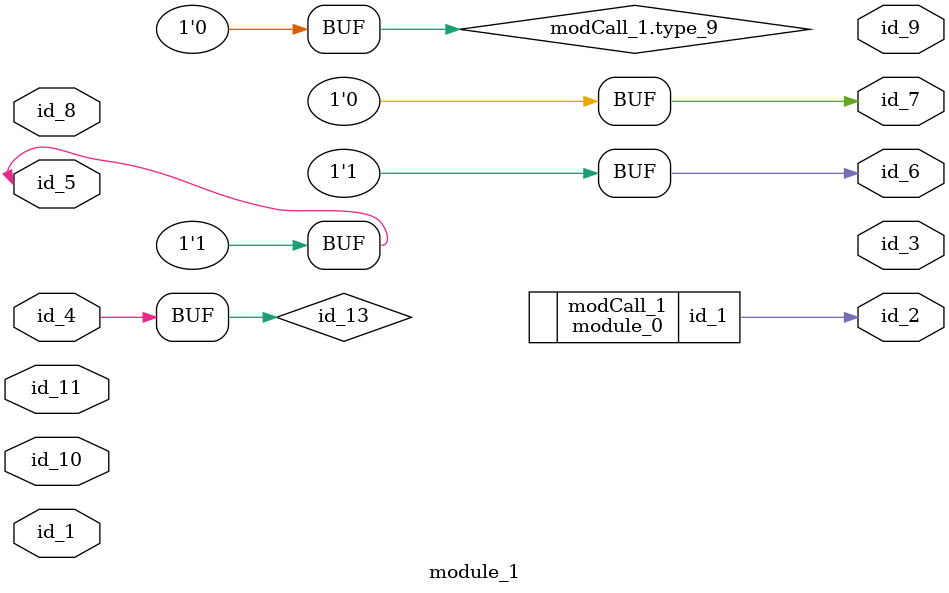
<source format=v>
module module_0 (
    id_1
);
  output wire id_1;
  wand id_2, id_3 = 1, id_4 = id_3, id_5, id_6, id_7;
  wire id_8;
  assign id_7 = 1'b0;
endmodule
module module_1 (
    id_1,
    id_2,
    id_3,
    id_4,
    id_5,
    id_6,
    id_7,
    id_8,
    id_9,
    id_10,
    id_11
);
  input wire id_11;
  inout wire id_10;
  output wire id_9;
  input wire id_8;
  output wire id_7;
  output wire id_6;
  inout wire id_5;
  input wire id_4;
  output wire id_3;
  output wire id_2;
  input wire id_1;
  assign id_7 = 1'b0;
  module_0 modCall_1 (id_2);
  assign modCall_1.type_9 = 0;
  wire id_12;
  wire id_13 = id_4;
  wire id_14;
  assign id_5 = 1;
  assign id_6 = 1;
endmodule

</source>
